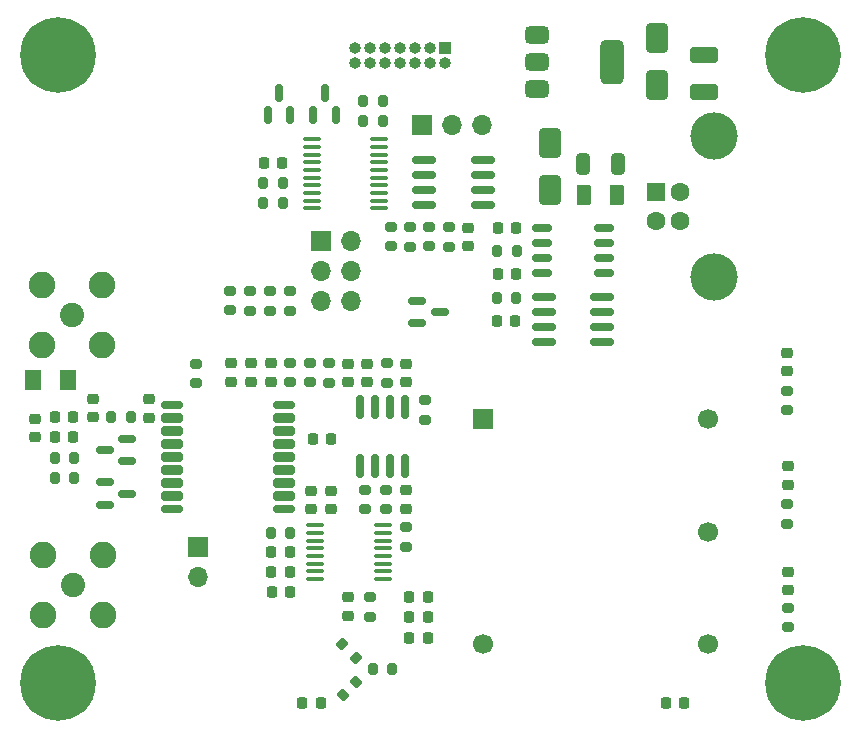
<source format=gbr>
%TF.GenerationSoftware,KiCad,Pcbnew,8.0.0*%
%TF.CreationDate,2024-06-03T00:37:32+08:00*%
%TF.ProjectId,CattusGPSDOv1,43617474-7573-4475-9053-444f76312e6b,rev?*%
%TF.SameCoordinates,Original*%
%TF.FileFunction,Soldermask,Top*%
%TF.FilePolarity,Negative*%
%FSLAX46Y46*%
G04 Gerber Fmt 4.6, Leading zero omitted, Abs format (unit mm)*
G04 Created by KiCad (PCBNEW 8.0.0) date 2024-06-03 00:37:32*
%MOMM*%
%LPD*%
G01*
G04 APERTURE LIST*
G04 Aperture macros list*
%AMRoundRect*
0 Rectangle with rounded corners*
0 $1 Rounding radius*
0 $2 $3 $4 $5 $6 $7 $8 $9 X,Y pos of 4 corners*
0 Add a 4 corners polygon primitive as box body*
4,1,4,$2,$3,$4,$5,$6,$7,$8,$9,$2,$3,0*
0 Add four circle primitives for the rounded corners*
1,1,$1+$1,$2,$3*
1,1,$1+$1,$4,$5*
1,1,$1+$1,$6,$7*
1,1,$1+$1,$8,$9*
0 Add four rect primitives between the rounded corners*
20,1,$1+$1,$2,$3,$4,$5,0*
20,1,$1+$1,$4,$5,$6,$7,0*
20,1,$1+$1,$6,$7,$8,$9,0*
20,1,$1+$1,$8,$9,$2,$3,0*%
G04 Aperture macros list end*
%ADD10R,1.700000X1.700000*%
%ADD11O,1.700000X1.700000*%
%ADD12RoundRect,0.100000X-0.637500X-0.100000X0.637500X-0.100000X0.637500X0.100000X-0.637500X0.100000X0*%
%ADD13RoundRect,0.200000X-0.275000X0.200000X-0.275000X-0.200000X0.275000X-0.200000X0.275000X0.200000X0*%
%ADD14RoundRect,0.225000X-0.225000X-0.250000X0.225000X-0.250000X0.225000X0.250000X-0.225000X0.250000X0*%
%ADD15RoundRect,0.200000X0.275000X-0.200000X0.275000X0.200000X-0.275000X0.200000X-0.275000X-0.200000X0*%
%ADD16RoundRect,0.225000X0.250000X-0.225000X0.250000X0.225000X-0.250000X0.225000X-0.250000X-0.225000X0*%
%ADD17RoundRect,0.200000X0.335876X0.053033X0.053033X0.335876X-0.335876X-0.053033X-0.053033X-0.335876X0*%
%ADD18RoundRect,0.150000X0.150000X-0.587500X0.150000X0.587500X-0.150000X0.587500X-0.150000X-0.587500X0*%
%ADD19R,1.600000X1.600000*%
%ADD20C,1.600000*%
%ADD21C,4.000000*%
%ADD22RoundRect,0.200000X-0.200000X-0.275000X0.200000X-0.275000X0.200000X0.275000X-0.200000X0.275000X0*%
%ADD23C,2.050000*%
%ADD24C,2.250000*%
%ADD25RoundRect,0.250000X0.375000X0.625000X-0.375000X0.625000X-0.375000X-0.625000X0.375000X-0.625000X0*%
%ADD26RoundRect,0.250000X-0.325000X-0.650000X0.325000X-0.650000X0.325000X0.650000X-0.325000X0.650000X0*%
%ADD27RoundRect,0.218750X-0.256250X0.218750X-0.256250X-0.218750X0.256250X-0.218750X0.256250X0.218750X0*%
%ADD28C,0.800000*%
%ADD29C,6.400000*%
%ADD30RoundRect,0.150000X0.587500X0.150000X-0.587500X0.150000X-0.587500X-0.150000X0.587500X-0.150000X0*%
%ADD31RoundRect,0.200000X0.200000X0.275000X-0.200000X0.275000X-0.200000X-0.275000X0.200000X-0.275000X0*%
%ADD32RoundRect,0.225000X-0.250000X0.225000X-0.250000X-0.225000X0.250000X-0.225000X0.250000X0.225000X0*%
%ADD33RoundRect,0.150000X-0.587500X-0.150000X0.587500X-0.150000X0.587500X0.150000X-0.587500X0.150000X0*%
%ADD34RoundRect,0.375000X-0.625000X-0.375000X0.625000X-0.375000X0.625000X0.375000X-0.625000X0.375000X0*%
%ADD35RoundRect,0.500000X-0.500000X-1.400000X0.500000X-1.400000X0.500000X1.400000X-0.500000X1.400000X0*%
%ADD36RoundRect,0.218750X-0.218750X-0.256250X0.218750X-0.256250X0.218750X0.256250X-0.218750X0.256250X0*%
%ADD37C,1.700000*%
%ADD38RoundRect,0.225000X0.225000X0.250000X-0.225000X0.250000X-0.225000X-0.250000X0.225000X-0.250000X0*%
%ADD39RoundRect,0.100000X0.637500X0.100000X-0.637500X0.100000X-0.637500X-0.100000X0.637500X-0.100000X0*%
%ADD40RoundRect,0.250000X-0.650000X1.000000X-0.650000X-1.000000X0.650000X-1.000000X0.650000X1.000000X0*%
%ADD41RoundRect,0.150000X0.825000X0.150000X-0.825000X0.150000X-0.825000X-0.150000X0.825000X-0.150000X0*%
%ADD42RoundRect,0.200000X-0.053033X0.335876X-0.335876X0.053033X0.053033X-0.335876X0.335876X-0.053033X0*%
%ADD43RoundRect,0.250001X-0.462499X-0.624999X0.462499X-0.624999X0.462499X0.624999X-0.462499X0.624999X0*%
%ADD44RoundRect,0.150000X0.675000X0.150000X-0.675000X0.150000X-0.675000X-0.150000X0.675000X-0.150000X0*%
%ADD45RoundRect,0.175000X0.725000X0.175000X-0.725000X0.175000X-0.725000X-0.175000X0.725000X-0.175000X0*%
%ADD46RoundRect,0.200000X0.700000X0.200000X-0.700000X0.200000X-0.700000X-0.200000X0.700000X-0.200000X0*%
%ADD47RoundRect,0.250000X0.925000X-0.412500X0.925000X0.412500X-0.925000X0.412500X-0.925000X-0.412500X0*%
%ADD48RoundRect,0.150000X0.150000X-0.825000X0.150000X0.825000X-0.150000X0.825000X-0.150000X-0.825000X0*%
%ADD49RoundRect,0.218750X0.256250X-0.218750X0.256250X0.218750X-0.256250X0.218750X-0.256250X-0.218750X0*%
%ADD50R,1.000000X1.000000*%
%ADD51O,1.000000X1.000000*%
G04 APERTURE END LIST*
D10*
%TO.C,J5*%
X139885000Y-87525000D03*
D11*
X142425000Y-87525000D03*
X139885000Y-90065000D03*
X142425000Y-90065000D03*
X139885000Y-92605000D03*
X142425000Y-92605000D03*
%TD*%
D12*
%TO.C,U5*%
X139115000Y-78940000D03*
X139115000Y-79590000D03*
X139115000Y-80240000D03*
X139115000Y-80890000D03*
X139115000Y-81540000D03*
X139115000Y-82190000D03*
X139115000Y-82840000D03*
X139115000Y-83490000D03*
X139115000Y-84140000D03*
X139115000Y-84790000D03*
X144840000Y-84790000D03*
X144840000Y-84140000D03*
X144840000Y-83490000D03*
X144840000Y-82840000D03*
X144840000Y-82190000D03*
X144840000Y-81540000D03*
X144840000Y-80890000D03*
X144840000Y-80240000D03*
X144840000Y-79590000D03*
X144840000Y-78940000D03*
%TD*%
D13*
%TO.C,R10*%
X179390000Y-100232500D03*
X179390000Y-101882500D03*
%TD*%
D14*
%TO.C,C8*%
X147405000Y-121160000D03*
X148955000Y-121160000D03*
%TD*%
D15*
%TO.C,R14*%
X139020000Y-99500000D03*
X139020000Y-97850000D03*
%TD*%
%TO.C,R9*%
X145800000Y-87995000D03*
X145800000Y-86345000D03*
%TD*%
D16*
%TO.C,C26*%
X132260000Y-99450000D03*
X132260000Y-97900000D03*
%TD*%
D17*
%TO.C,R2*%
X142870000Y-122846726D03*
X141703274Y-121680000D03*
%TD*%
D18*
%TO.C,Q5*%
X139260000Y-76897500D03*
X141160000Y-76897500D03*
X140210000Y-75022500D03*
%TD*%
D13*
%TO.C,R34*%
X144040000Y-117695000D03*
X144040000Y-119345000D03*
%TD*%
D19*
%TO.C,J6*%
X168312500Y-83370000D03*
D20*
X168312500Y-85870000D03*
X170312500Y-85870000D03*
X170312500Y-83370000D03*
D21*
X173172500Y-78620000D03*
X173172500Y-90620000D03*
%TD*%
D16*
%TO.C,C16*%
X120570000Y-102490000D03*
X120570000Y-100940000D03*
%TD*%
D22*
%TO.C,R18*%
X154795000Y-92410000D03*
X156445000Y-92410000D03*
%TD*%
D14*
%TO.C,C9*%
X138336637Y-126633363D03*
X139886637Y-126633363D03*
%TD*%
%TO.C,C2*%
X169085000Y-126680000D03*
X170635000Y-126680000D03*
%TD*%
D13*
%TO.C,R28*%
X133870000Y-91790000D03*
X133870000Y-93440000D03*
%TD*%
D23*
%TO.C,J1*%
X118920000Y-116680000D03*
D24*
X116380000Y-114140000D03*
X116380000Y-119220000D03*
X121460000Y-114140000D03*
X121460000Y-119220000D03*
%TD*%
D15*
%TO.C,R7*%
X143680000Y-110265000D03*
X143680000Y-108615000D03*
%TD*%
D25*
%TO.C,F1*%
X164980000Y-83650000D03*
X162180000Y-83650000D03*
%TD*%
D26*
%TO.C,C20*%
X162135000Y-81030000D03*
X165085000Y-81030000D03*
%TD*%
D13*
%TO.C,R8*%
X145470000Y-97905000D03*
X145470000Y-99555000D03*
%TD*%
D27*
%TO.C,D5*%
X179390000Y-97022500D03*
X179390000Y-98597500D03*
%TD*%
D14*
%TO.C,C7*%
X147405000Y-119380000D03*
X148955000Y-119380000D03*
%TD*%
D28*
%TO.C,H2*%
X178360000Y-71840000D03*
X179062944Y-70142944D03*
X179062944Y-73537056D03*
X180760000Y-69440000D03*
D29*
X180760000Y-71840000D03*
D28*
X180760000Y-74240000D03*
X182457056Y-70142944D03*
X182457056Y-73537056D03*
X183160000Y-71840000D03*
%TD*%
D16*
%TO.C,C27*%
X133950000Y-99450000D03*
X133950000Y-97900000D03*
%TD*%
D13*
%TO.C,R23*%
X149060000Y-86365000D03*
X149060000Y-88015000D03*
%TD*%
D30*
%TO.C,Q1*%
X123475000Y-106190000D03*
X123475000Y-104290000D03*
X121600000Y-105240000D03*
%TD*%
D31*
%TO.C,R11*%
X119000000Y-105930000D03*
X117350000Y-105930000D03*
%TD*%
D15*
%TO.C,R16*%
X137330000Y-99500000D03*
X137330000Y-97850000D03*
%TD*%
D32*
%TO.C,C5*%
X147120000Y-108665000D03*
X147120000Y-110215000D03*
%TD*%
D27*
%TO.C,D4*%
X179460000Y-115552500D03*
X179460000Y-117127500D03*
%TD*%
D13*
%TO.C,R17*%
X140620000Y-97905000D03*
X140620000Y-99555000D03*
%TD*%
D16*
%TO.C,C28*%
X135640000Y-99450000D03*
X135640000Y-97900000D03*
%TD*%
D15*
%TO.C,R15*%
X129310000Y-99575000D03*
X129310000Y-97925000D03*
%TD*%
D31*
%TO.C,R33*%
X137310000Y-112270000D03*
X135660000Y-112270000D03*
%TD*%
D33*
%TO.C,Q2*%
X121627500Y-107990000D03*
X121627500Y-109890000D03*
X123502500Y-108940000D03*
%TD*%
D23*
%TO.C,J2*%
X118810000Y-93830000D03*
D24*
X116270000Y-91290000D03*
X116270000Y-96370000D03*
X121350000Y-91290000D03*
X121350000Y-96370000D03*
%TD*%
D34*
%TO.C,U8*%
X158240000Y-70110000D03*
X158240000Y-72410000D03*
D35*
X164540000Y-72410000D03*
D34*
X158240000Y-74710000D03*
%TD*%
D28*
%TO.C,H4*%
X178352944Y-124942944D03*
X179055888Y-123245888D03*
X179055888Y-126640000D03*
X180752944Y-122542944D03*
D29*
X180752944Y-124942944D03*
D28*
X180752944Y-127342944D03*
X182450000Y-123245888D03*
X182450000Y-126640000D03*
X183152944Y-124942944D03*
%TD*%
D31*
%TO.C,R32*%
X156490000Y-88420000D03*
X154840000Y-88420000D03*
%TD*%
D16*
%TO.C,C4*%
X147130000Y-99505000D03*
X147130000Y-97955000D03*
%TD*%
D13*
%TO.C,R27*%
X135570000Y-91795000D03*
X135570000Y-93445000D03*
%TD*%
D36*
%TO.C,D1*%
X154802500Y-94320000D03*
X156377500Y-94320000D03*
%TD*%
D10*
%TO.C,U1*%
X153630000Y-102630000D03*
D37*
X153630000Y-121680000D03*
X172680000Y-121680000D03*
X172680000Y-112155000D03*
X172680000Y-102630000D03*
%TD*%
D38*
%TO.C,C12*%
X137275000Y-117270000D03*
X135725000Y-117270000D03*
%TD*%
D31*
%TO.C,R20*%
X136655000Y-84340000D03*
X135005000Y-84340000D03*
%TD*%
D38*
%TO.C,C14*%
X118935000Y-104180000D03*
X117385000Y-104180000D03*
%TD*%
D13*
%TO.C,R30*%
X179390000Y-109850000D03*
X179390000Y-111500000D03*
%TD*%
D28*
%TO.C,H1*%
X115272944Y-71842944D03*
X115975888Y-70145888D03*
X115975888Y-73540000D03*
X117672944Y-69442944D03*
D29*
X117672944Y-71842944D03*
D28*
X117672944Y-74242944D03*
X119370000Y-70145888D03*
X119370000Y-73540000D03*
X120072944Y-71842944D03*
%TD*%
D27*
%TO.C,FB1*%
X139100000Y-108692500D03*
X139100000Y-110267500D03*
%TD*%
D31*
%TO.C,R19*%
X136655000Y-82620000D03*
X135005000Y-82620000D03*
%TD*%
D15*
%TO.C,R4*%
X147140000Y-113445000D03*
X147140000Y-111795000D03*
%TD*%
D39*
%TO.C,U2*%
X145130000Y-116180000D03*
X145130000Y-115530000D03*
X145130000Y-114880000D03*
X145130000Y-114230000D03*
X145130000Y-113580000D03*
X145130000Y-112930000D03*
X145130000Y-112280000D03*
X145130000Y-111630000D03*
X139405000Y-111630000D03*
X139405000Y-112280000D03*
X139405000Y-112930000D03*
X139405000Y-113580000D03*
X139405000Y-114230000D03*
X139405000Y-114880000D03*
X139405000Y-115530000D03*
X139405000Y-116180000D03*
%TD*%
D31*
%TO.C,R1*%
X145951637Y-123823363D03*
X144301637Y-123823363D03*
%TD*%
D16*
%TO.C,C1*%
X142200000Y-119275000D03*
X142200000Y-117725000D03*
%TD*%
D15*
%TO.C,R5*%
X145400000Y-110265000D03*
X145400000Y-108615000D03*
%TD*%
D16*
%TO.C,C17*%
X125335000Y-102510000D03*
X125335000Y-100960000D03*
%TD*%
D10*
%TO.C,J7*%
X148440000Y-77770000D03*
D11*
X150980000Y-77770000D03*
X153520000Y-77770000D03*
%TD*%
D31*
%TO.C,R12*%
X123815000Y-102440000D03*
X122165000Y-102440000D03*
%TD*%
D38*
%TO.C,C11*%
X137270000Y-115560000D03*
X135720000Y-115560000D03*
%TD*%
D13*
%TO.C,R29*%
X132180000Y-91780000D03*
X132180000Y-93430000D03*
%TD*%
D40*
%TO.C,D3*%
X168350000Y-70330000D03*
X168350000Y-74330000D03*
%TD*%
D16*
%TO.C,C25*%
X143850000Y-99495000D03*
X143850000Y-97945000D03*
%TD*%
D40*
%TO.C,D2*%
X159260000Y-79230000D03*
X159260000Y-83230000D03*
%TD*%
D18*
%TO.C,Q4*%
X135417500Y-76887500D03*
X137317500Y-76887500D03*
X136367500Y-75012500D03*
%TD*%
D13*
%TO.C,R26*%
X137300000Y-91795000D03*
X137300000Y-93445000D03*
%TD*%
D38*
%TO.C,C19*%
X156465000Y-90310000D03*
X154915000Y-90310000D03*
%TD*%
D28*
%TO.C,H3*%
X115272944Y-124932944D03*
X115975888Y-123235888D03*
X115975888Y-126630000D03*
X117672944Y-122532944D03*
D29*
X117672944Y-124932944D03*
D28*
X117672944Y-127332944D03*
X119370000Y-123235888D03*
X119370000Y-126630000D03*
X120072944Y-124932944D03*
%TD*%
D22*
%TO.C,R21*%
X143485000Y-77390000D03*
X145135000Y-77390000D03*
%TD*%
D38*
%TO.C,C18*%
X156425000Y-86430000D03*
X154875000Y-86430000D03*
%TD*%
D32*
%TO.C,C10*%
X140755000Y-108710000D03*
X140755000Y-110260000D03*
%TD*%
D41*
%TO.C,U9*%
X153600000Y-84540000D03*
X153600000Y-83270000D03*
X153600000Y-82000000D03*
X153600000Y-80730000D03*
X148650000Y-80730000D03*
X148650000Y-82000000D03*
X148650000Y-83270000D03*
X148650000Y-84540000D03*
%TD*%
D14*
%TO.C,C6*%
X147395000Y-117720000D03*
X148945000Y-117720000D03*
%TD*%
D10*
%TO.C,J4*%
X129530000Y-113435000D03*
D11*
X129530000Y-115975000D03*
%TD*%
D14*
%TO.C,C15*%
X117385000Y-102440000D03*
X118935000Y-102440000D03*
%TD*%
D33*
%TO.C,Q3*%
X148072500Y-92610000D03*
X148072500Y-94510000D03*
X149947500Y-93560000D03*
%TD*%
D15*
%TO.C,R6*%
X148700000Y-102705000D03*
X148700000Y-101055000D03*
%TD*%
D22*
%TO.C,R13*%
X117355000Y-107650000D03*
X119005000Y-107650000D03*
%TD*%
D14*
%TO.C,C3*%
X139195000Y-104320000D03*
X140745000Y-104320000D03*
%TD*%
D22*
%TO.C,R31*%
X143490000Y-75720000D03*
X145140000Y-75720000D03*
%TD*%
D42*
%TO.C,R3*%
X142910000Y-124860000D03*
X141743274Y-126026726D03*
%TD*%
D32*
%TO.C,C23*%
X152400000Y-86445000D03*
X152400000Y-87995000D03*
%TD*%
D43*
%TO.C,D7*%
X115542500Y-99340000D03*
X118517500Y-99340000D03*
%TD*%
D27*
%TO.C,D6*%
X179420000Y-106605000D03*
X179420000Y-108180000D03*
%TD*%
D13*
%TO.C,R25*%
X179460000Y-118625000D03*
X179460000Y-120275000D03*
%TD*%
D44*
%TO.C,U6*%
X163870000Y-90280000D03*
X163870000Y-89010000D03*
X163870000Y-87740000D03*
X163870000Y-86470000D03*
X158620000Y-86470000D03*
X158620000Y-87740000D03*
X158620000Y-89010000D03*
X158620000Y-90280000D03*
%TD*%
D45*
%TO.C,U3*%
X136810000Y-110272500D03*
D46*
X136810000Y-109172500D03*
X136810000Y-108072500D03*
X136810000Y-106972500D03*
X136810000Y-105872500D03*
X136810000Y-104772500D03*
X136810000Y-103672500D03*
X136810000Y-102572500D03*
D45*
X136810000Y-101472500D03*
X127310000Y-101472500D03*
D46*
X127310000Y-102572500D03*
X127310000Y-103672500D03*
X127310000Y-104772500D03*
X127310000Y-105872500D03*
X127310000Y-106972500D03*
X127310000Y-108072500D03*
X127310000Y-109172500D03*
D45*
X127310000Y-110272500D03*
%TD*%
D14*
%TO.C,C22*%
X135065000Y-80910000D03*
X136615000Y-80910000D03*
%TD*%
D47*
%TO.C,C21*%
X172330000Y-74897500D03*
X172330000Y-71822500D03*
%TD*%
D13*
%TO.C,R22*%
X150710000Y-86380000D03*
X150710000Y-88030000D03*
%TD*%
D14*
%TO.C,C13*%
X135710000Y-113910000D03*
X137260000Y-113910000D03*
%TD*%
D41*
%TO.C,U7*%
X163725000Y-96145000D03*
X163725000Y-94875000D03*
X163725000Y-93605000D03*
X163725000Y-92335000D03*
X158775000Y-92335000D03*
X158775000Y-93605000D03*
X158775000Y-94875000D03*
X158775000Y-96145000D03*
%TD*%
D13*
%TO.C,R24*%
X147410000Y-86375000D03*
X147410000Y-88025000D03*
%TD*%
D48*
%TO.C,U4*%
X143220000Y-106570000D03*
X144490000Y-106570000D03*
X145760000Y-106570000D03*
X147030000Y-106570000D03*
X147030000Y-101620000D03*
X145760000Y-101620000D03*
X144490000Y-101620000D03*
X143220000Y-101620000D03*
%TD*%
D49*
%TO.C,L1*%
X115730000Y-104157500D03*
X115730000Y-102582500D03*
%TD*%
D16*
%TO.C,C24*%
X142220000Y-99485000D03*
X142220000Y-97935000D03*
%TD*%
D50*
%TO.C,J3*%
X150380000Y-71230000D03*
D51*
X150380000Y-72500000D03*
X149110000Y-71230000D03*
X149110000Y-72500000D03*
X147840000Y-71230000D03*
X147840000Y-72500000D03*
X146570000Y-71230000D03*
X146570000Y-72500000D03*
X145300000Y-71230000D03*
X145300000Y-72500000D03*
X144030000Y-71230000D03*
X144030000Y-72500000D03*
X142760000Y-71230000D03*
X142760000Y-72500000D03*
%TD*%
M02*

</source>
